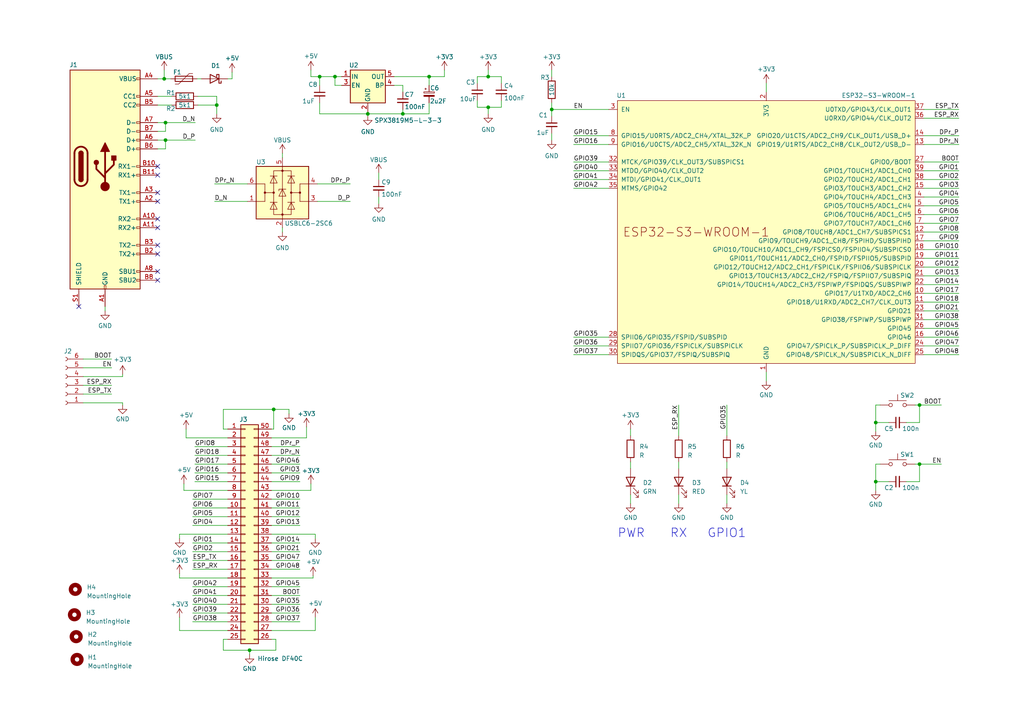
<source format=kicad_sch>
(kicad_sch (version 20230121) (generator eeschema)
  (paper "A4")
  (lib_symbols
    (symbol "Connector:Conn_01x06_Socket" (pin_names (offset 1.016) hide)
      (property "Reference" "J" (at 0 7.62 0))
      (property "Value" "Conn_01x06_Socket" (at 0 -10.16 0))
      (symbol "Conn_01x06_Socket_1_1"
        (pin passive line (at -5.08 5.08 0) (length 3.81) (name "Pin_1") (number "1"))
        (pin passive line (at -5.08 2.54 0) (length 3.81) (name "Pin_2") (number "2"))
        (pin passive line (at -5.08 0 0) (length 3.81) (name "Pin_3") (number "3"))
        (pin passive line (at -5.08 -2.54 0) (length 3.81) (name "Pin_4") (number "4"))
        (pin passive line (at -5.08 -5.08 0) (length 3.81) (name "Pin_5") (number "5"))
        (pin passive line (at -5.08 -7.62 0) (length 3.81) (name "Pin_6") (number "6"))
      )
    )
    (symbol "Connector:USB_C_Receptacle" (pin_names (offset 1.016))
      (property "Reference" "J" (at -10.16 29.21 0))
      (property "Value" "USB_C_Receptacle" (at 10.16 29.21 0))
      (symbol "USB_C_Receptacle_1_1"
        (pin passive line (at 0 -40.64 90) (length 5.08) (name "GND") (number "A1"))
        (pin bidirectional line (at 15.24 -15.24 180) (length 5.08) (name "RX2-") (number "A10"))
        (pin bidirectional line (at 15.24 -17.78 180) (length 5.08) (name "RX2+") (number "A11"))
        (pin passive line (at 0 -40.64 90) (length 5.08) hide (name "GND") (number "A12"))
        (pin bidirectional line (at 15.24 -10.16 180) (length 5.08) (name "TX1+") (number "A2"))
        (pin bidirectional line (at 15.24 -7.62 180) (length 5.08) (name "TX1-") (number "A3"))
        (pin passive line (at 15.24 25.4 180) (length 5.08) (name "VBUS") (number "A4"))
        (pin bidirectional line (at 15.24 20.32 180) (length 5.08) (name "CC1") (number "A5"))
        (pin bidirectional line (at 15.24 7.62 180) (length 5.08) (name "D+") (number "A6"))
        (pin bidirectional line (at 15.24 12.7 180) (length 5.08) (name "D-") (number "A7"))
        (pin bidirectional line (at 15.24 -30.48 180) (length 5.08) (name "SBU1") (number "A8"))
        (pin passive line (at 15.24 25.4 180) (length 5.08) hide (name "VBUS") (number "A9"))
        (pin passive line (at 0 -40.64 90) (length 5.08) hide (name "GND") (number "B1"))
        (pin bidirectional line (at 15.24 0 180) (length 5.08) (name "RX1-") (number "B10"))
        (pin bidirectional line (at 15.24 -2.54 180) (length 5.08) (name "RX1+") (number "B11"))
        (pin passive line (at 0 -40.64 90) (length 5.08) hide (name "GND") (number "B12"))
        (pin bidirectional line (at 15.24 -25.4 180) (length 5.08) (name "TX2+") (number "B2"))
        (pin bidirectional line (at 15.24 -22.86 180) (length 5.08) (name "TX2-") (number "B3"))
        (pin passive line (at 15.24 25.4 180) (length 5.08) hide (name "VBUS") (number "B4"))
        (pin bidirectional line (at 15.24 17.78 180) (length 5.08) (name "CC2") (number "B5"))
        (pin bidirectional line (at 15.24 5.08 180) (length 5.08) (name "D+") (number "B6"))
        (pin bidirectional line (at 15.24 10.16 180) (length 5.08) (name "D-") (number "B7"))
        (pin bidirectional line (at 15.24 -33.02 180) (length 5.08) (name "SBU2") (number "B8"))
        (pin passive line (at 15.24 25.4 180) (length 5.08) hide (name "VBUS") (number "B9"))
        (pin passive line (at -7.62 -40.64 90) (length 5.08) (name "SHIELD") (number "S1"))
      )
    )
    (symbol "Connector_Generic:Conn_02x25_Counter_Clockwise" (pin_names (offset 1.016) hide)
      (property "Reference" "J" (at 1.27 33.02 0))
      (property "Value" "Conn_02x25_Counter_Clockwise" (at 1.27 -33.02 0))
      (symbol "Conn_02x25_Counter_Clockwise_1_1"
        (pin passive line (at -5.08 30.48 0) (length 3.81) (name "Pin_1") (number "1"))
        (pin passive line (at -5.08 7.62 0) (length 3.81) (name "Pin_10") (number "10"))
        (pin passive line (at -5.08 5.08 0) (length 3.81) (name "Pin_11") (number "11"))
        (pin passive line (at -5.08 2.54 0) (length 3.81) (name "Pin_12") (number "12"))
        (pin passive line (at -5.08 0 0) (length 3.81) (name "Pin_13") (number "13"))
        (pin passive line (at -5.08 -2.54 0) (length 3.81) (name "Pin_14") (number "14"))
        (pin passive line (at -5.08 -5.08 0) (length 3.81) (name "Pin_15") (number "15"))
        (pin passive line (at -5.08 -7.62 0) (length 3.81) (name "Pin_16") (number "16"))
        (pin passive line (at -5.08 -10.16 0) (length 3.81) (name "Pin_17") (number "17"))
        (pin passive line (at -5.08 -12.7 0) (length 3.81) (name "Pin_18") (number "18"))
        (pin passive line (at -5.08 -15.24 0) (length 3.81) (name "Pin_19") (number "19"))
        (pin passive line (at -5.08 27.94 0) (length 3.81) (name "Pin_2") (number "2"))
        (pin passive line (at -5.08 -17.78 0) (length 3.81) (name "Pin_20") (number "20"))
        (pin passive line (at -5.08 -20.32 0) (length 3.81) (name "Pin_21") (number "21"))
        (pin passive line (at -5.08 -22.86 0) (length 3.81) (name "Pin_22") (number "22"))
        (pin passive line (at -5.08 -25.4 0) (length 3.81) (name "Pin_23") (number "23"))
        (pin passive line (at -5.08 -27.94 0) (length 3.81) (name "Pin_24") (number "24"))
        (pin passive line (at -5.08 -30.48 0) (length 3.81) (name "Pin_25") (number "25"))
        (pin passive line (at 7.62 -30.48 180) (length 3.81) (name "Pin_26") (number "26"))
        (pin passive line (at 7.62 -27.94 180) (length 3.81) (name "Pin_27") (number "27"))
        (pin passive line (at 7.62 -25.4 180) (length 3.81) (name "Pin_28") (number "28"))
        (pin passive line (at 7.62 -22.86 180) (length 3.81) (name "Pin_29") (number "29"))
        (pin passive line (at -5.08 25.4 0) (length 3.81) (name "Pin_3") (number "3"))
        (pin passive line (at 7.62 -20.32 180) (length 3.81) (name "Pin_30") (number "30"))
        (pin passive line (at 7.62 -17.78 180) (length 3.81) (name "Pin_31") (number "31"))
        (pin passive line (at 7.62 -15.24 180) (length 3.81) (name "Pin_32") (number "32"))
        (pin passive line (at 7.62 -12.7 180) (length 3.81) (name "Pin_33") (number "33"))
        (pin passive line (at 7.62 -10.16 180) (length 3.81) (name "Pin_34") (number "34"))
        (pin passive line (at 7.62 -7.62 180) (length 3.81) (name "Pin_35") (number "35"))
        (pin passive line (at 7.62 -5.08 180) (length 3.81) (name "Pin_36") (number "36"))
        (pin passive line (at 7.62 -2.54 180) (length 3.81) (name "Pin_37") (number "37"))
        (pin passive line (at 7.62 0 180) (length 3.81) (name "Pin_38") (number "38"))
        (pin passive line (at 7.62 2.54 180) (length 3.81) (name "Pin_39") (number "39"))
        (pin passive line (at -5.08 22.86 0) (length 3.81) (name "Pin_4") (number "4"))
        (pin passive line (at 7.62 5.08 180) (length 3.81) (name "Pin_40") (number "40"))
        (pin passive line (at 7.62 7.62 180) (length 3.81) (name "Pin_41") (number "41"))
        (pin passive line (at 7.62 10.16 180) (length 3.81) (name "Pin_42") (number "42"))
        (pin passive line (at 7.62 12.7 180) (length 3.81) (name "Pin_43") (number "43"))
        (pin passive line (at 7.62 15.24 180) (length 3.81) (name "Pin_44") (number "44"))
        (pin passive line (at 7.62 17.78 180) (length 3.81) (name "Pin_45") (number "45"))
        (pin passive line (at 7.62 20.32 180) (length 3.81) (name "Pin_46") (number "46"))
        (pin passive line (at 7.62 22.86 180) (length 3.81) (name "Pin_47") (number "47"))
        (pin passive line (at 7.62 25.4 180) (length 3.81) (name "Pin_48") (number "48"))
        (pin passive line (at 7.62 27.94 180) (length 3.81) (name "Pin_49") (number "49"))
        (pin passive line (at -5.08 20.32 0) (length 3.81) (name "Pin_5") (number "5"))
        (pin passive line (at 7.62 30.48 180) (length 3.81) (name "Pin_50") (number "50"))
        (pin passive line (at -5.08 17.78 0) (length 3.81) (name "Pin_6") (number "6"))
        (pin passive line (at -5.08 15.24 0) (length 3.81) (name "Pin_7") (number "7"))
        (pin passive line (at -5.08 12.7 0) (length 3.81) (name "Pin_8") (number "8"))
        (pin passive line (at -5.08 10.16 0) (length 3.81) (name "Pin_9") (number "9"))
      )
    )
    (symbol "Device:C_Polarized_Small" (pin_numbers hide) (pin_names (offset 0.254) hide)
      (property "Reference" "C" (at 0.254 1.778 0))
      (property "Value" "C_Polarized_Small" (at 0.254 -2.032 0))
      (symbol "C_Polarized_Small_1_1"
        (pin passive line (at 0 2.54 270) (length 1.8542) (name "~") (number "1"))
        (pin passive line (at 0 -2.54 90) (length 1.8542) (name "~") (number "2"))
      )
    )
    (symbol "Device:C_Small" (pin_numbers hide) (pin_names (offset 0.254) hide)
      (property "Reference" "C" (at 0.254 1.778 0))
      (property "Value" "C_Small" (at 0.254 -2.032 0))
      (symbol "C_Small_1_1"
        (pin passive line (at 0 2.54 270) (length 2.032) (name "~") (number "1"))
        (pin passive line (at 0 -2.54 90) (length 2.032) (name "~") (number "2"))
      )
    )
    (symbol "Device:D_Schottky" (pin_numbers hide) (pin_names (offset 1.016) hide)
      (property "Reference" "D" (at 0 2.54 0))
      (property "Value" "D_Schottky" (at 0 -2.54 0))
      (symbol "D_Schottky_1_1"
        (pin passive line (at -3.81 0 0) (length 2.54) (name "K") (number "1"))
        (pin passive line (at 3.81 0 180) (length 2.54) (name "A") (number "2"))
      )
    )
    (symbol "Device:LED" (pin_numbers hide) (pin_names (offset 1.016) hide)
      (property "Reference" "D" (at 0 2.54 0))
      (property "Value" "LED" (at 0 -2.54 0))
      (symbol "LED_1_1"
        (pin passive line (at -3.81 0 0) (length 2.54) (name "K") (number "1"))
        (pin passive line (at 3.81 0 180) (length 2.54) (name "A") (number "2"))
      )
    )
    (symbol "Device:Polyfuse" (pin_numbers hide) (pin_names (offset 0))
      (property "Reference" "F" (at -2.54 0 90))
      (property "Value" "Polyfuse" (at 2.54 0 90))
      (symbol "Polyfuse_1_1"
        (pin passive line (at 0 3.81 270) (length 1.27) (name "~") (number "1"))
        (pin passive line (at 0 -3.81 90) (length 1.27) (name "~") (number "2"))
      )
    )
    (symbol "Device:R" (pin_numbers hide) (pin_names (offset 0))
      (property "Reference" "R" (at 2.032 0 90))
      (property "Value" "R" (at 0 0 90))
      (symbol "R_1_1"
        (pin passive line (at 0 3.81 270) (length 1.27) (name "~") (number "1"))
        (pin passive line (at 0 -3.81 90) (length 1.27) (name "~") (number "2"))
      )
    )
    (symbol "ESP32:ESP32-S3-WROOM-1" (pin_names (offset 1.016))
      (property "Reference" "U" (at -43.18 43.18 0))
      (property "Value" "ESP32-S3-WROOM-1" (at -43.18 40.64 0))
      (symbol "ESP32-S3-WROOM-1_0_0"
        (text "ESP32-S3-WROOM-1" (at -20.32 0 0) (effects (font (size 2.54 2.54))))
        (pin power_in line (at 0 -40.64 90) (length 2.54) (name "GND") (number "1"))
        (pin bidirectional line (at 45.72 -17.78 180) (length 2.54) (name "GPIO17/U1TXD/ADC2_CH6") (number "10"))
        (pin bidirectional line (at 45.72 -20.32 180) (length 2.54) (name "GPIO18/U1RXD/ADC2_CH7/CLK_OUT3") (number "11"))
        (pin bidirectional line (at 45.72 0 180) (length 2.54) (name "GPIO8/TOUCH8/ADC1_CH7/SUBSPICS1") (number "12"))
        (pin bidirectional line (at 45.72 25.4 180) (length 2.54) (name "GPIO19/U1RTS/ADC2_CH8/CLK_OUT2/USB_D-") (number "13"))
        (pin bidirectional line (at 45.72 27.94 180) (length 2.54) (name "GPIO20/U1CTS/ADC2_CH9/CLK_OUT1/USB_D+") (number "14"))
        (pin bidirectional line (at 45.72 12.7 180) (length 2.54) (name "GPIO3/TOUCH3/ADC1_CH2") (number "15"))
        (pin bidirectional line (at 45.72 -30.48 180) (length 2.54) (name "GPIO46") (number "16"))
        (pin bidirectional line (at 45.72 -2.54 180) (length 2.54) (name "GPIO9/TOUCH9/ADC1_CH8/FSPIHD/SUBSPIHD") (number "17"))
        (pin bidirectional line (at 45.72 -5.08 180) (length 2.54) (name "GPIO10/TOUCH10/ADC1_CH9/FSPICS0/FSPIIO4/SUBSPICS0") (number "18"))
        (pin bidirectional line (at 45.72 -7.62 180) (length 2.54) (name "GPIO11/TOUCH11/ADC2_CH0/FSPID/FSPIIO5/SUBSPID") (number "19"))
        (pin power_in line (at 0 40.64 270) (length 2.54) (name "3V3") (number "2"))
        (pin bidirectional line (at 45.72 -10.16 180) (length 2.54) (name "GPIO12/TOUCH12/ADC2_CH1/FSPICLK/FSPIIO6/SUBSPICLK") (number "20"))
        (pin bidirectional line (at 45.72 -12.7 180) (length 2.54) (name "GPIO13/TOUCH13/ADC2_CH2/FSPIQ/FSPIIO7/SUBSPIQ") (number "21"))
        (pin bidirectional line (at 45.72 -15.24 180) (length 2.54) (name "GPIO14/TOUCH14/ADC2_CH3/FSPIWP/FSPIDQS/SUBSPIWP") (number "22"))
        (pin bidirectional line (at 45.72 -22.86 180) (length 2.54) (name "GPIO21") (number "23"))
        (pin bidirectional line (at 45.72 -33.02 180) (length 2.54) (name "GPIO47/SPICLK_P/SUBSPICLK_P_DIFF") (number "24"))
        (pin bidirectional line (at 45.72 -35.56 180) (length 2.54) (name "GPIO48/SPICLK_N/SUBSPICLK_N_DIFF") (number "25"))
        (pin bidirectional line (at 45.72 -27.94 180) (length 2.54) (name "GPIO45") (number "26"))
        (pin bidirectional line (at 45.72 20.32 180) (length 2.54) (name "GPIO0/BOOT") (number "27"))
        (pin bidirectional line (at -45.72 -30.48 0) (length 2.54) (name "SPIIO6/GPIO35/FSPID/SUBSPID") (number "28"))
        (pin bidirectional line (at -45.72 -33.02 0) (length 2.54) (name "SPIIO7/GPIO36/FSPICLK/SUBSPICLK") (number "29"))
        (pin input line (at -45.72 35.56 0) (length 2.54) (name "EN") (number "3"))
        (pin bidirectional line (at -45.72 -35.56 0) (length 2.54) (name "SPIDQS/GPIO37/FSPIQ/SUBSPIQ") (number "30"))
        (pin bidirectional line (at 45.72 -25.4 180) (length 2.54) (name "GPIO38/FSPIWP/SUBSPIWP") (number "31"))
        (pin bidirectional line (at -45.72 20.32 0) (length 2.54) (name "MTCK/GPIO39/CLK_OUT3/SUBSPICS1") (number "32"))
        (pin bidirectional line (at -45.72 17.78 0) (length 2.54) (name "MTDO/GPIO40/CLK_OUT2") (number "33"))
        (pin bidirectional line (at -45.72 15.24 0) (length 2.54) (name "MTDI/GPIO41/CLK_OUT1") (number "34"))
        (pin bidirectional line (at -45.72 12.7 0) (length 2.54) (name "MTMS/GPIO42") (number "35"))
        (pin bidirectional line (at 45.72 33.02 180) (length 2.54) (name "U0RXD/GPIO44/CLK_OUT2") (number "36"))
        (pin bidirectional line (at 45.72 35.56 180) (length 2.54) (name "U0TXD/GPIO43/CLK_OUT1") (number "37"))
        (pin bidirectional line (at 45.72 15.24 180) (length 2.54) (name "GPIO2/TOUCH2/ADC1_CH1") (number "38"))
        (pin bidirectional line (at 45.72 17.78 180) (length 2.54) (name "GPIO1/TOUCH1/ADC1_CH0") (number "39"))
        (pin bidirectional line (at 45.72 10.16 180) (length 2.54) (name "GPIO4/TOUCH4/ADC1_CH3") (number "4"))
        (pin passive line (at 0 -40.64 90) (length 2.54) hide (name "GND") (number "40"))
        (pin passive line (at 0 -40.64 90) (length 2.54) hide (name "GND") (number "41"))
        (pin bidirectional line (at 45.72 7.62 180) (length 2.54) (name "GPIO5/TOUCH5/ADC1_CH4") (number "5"))
        (pin bidirectional line (at 45.72 5.08 180) (length 2.54) (name "GPIO6/TOUCH6/ADC1_CH5") (number "6"))
        (pin bidirectional line (at 45.72 2.54 180) (length 2.54) (name "GPIO7/TOUCH7/ADC1_CH6") (number "7"))
        (pin bidirectional line (at -45.72 27.94 0) (length 2.54) (name "GPIO15/U0RTS/ADC2_CH4/XTAL_32K_P") (number "8"))
        (pin bidirectional line (at -45.72 25.4 0) (length 2.54) (name "GPIO16/U0CTS/ADC2_CH5/XTAL_32K_N") (number "9"))
      )
    )
    (symbol "Mechanical:MountingHole" (pin_names (offset 1.016))
      (property "Reference" "H" (at 0 5.08 0))
      (property "Value" "MountingHole" (at 0 3.175 0))
    )
    (symbol "Power_Protection:USBLC6-2SC6" (pin_names hide)
      (property "Reference" "U" (at 2.54 8.89 0))
      (property "Value" "USBLC6-2SC6" (at 2.54 -8.89 0))
      (symbol "USBLC6-2SC6_1_1"
        (pin passive line (at -10.16 -2.54 0) (length 2.54) (name "I/O1") (number "1"))
        (pin passive line (at 0 -10.16 90) (length 2.54) (name "GND") (number "2"))
        (pin passive line (at 10.16 -2.54 180) (length 2.54) (name "I/O2") (number "3"))
        (pin passive line (at 10.16 2.54 180) (length 2.54) (name "I/O2") (number "4"))
        (pin passive line (at 0 10.16 270) (length 2.54) (name "VBUS") (number "5"))
        (pin passive line (at -10.16 2.54 0) (length 2.54) (name "I/O1") (number "6"))
      )
    )
    (symbol "Regulator_Linear:SPX3819M5-L-3-3" (pin_names (offset 0.254))
      (property "Reference" "U" (at -3.81 5.715 0))
      (property "Value" "SPX3819M5-L-3-3" (at 0 5.715 0))
      (symbol "SPX3819M5-L-3-3_1_1"
        (pin power_in line (at -7.62 2.54 0) (length 2.54) (name "IN") (number "1"))
        (pin power_in line (at 0 -7.62 90) (length 2.54) (name "GND") (number "2"))
        (pin input line (at -7.62 0 0) (length 2.54) (name "EN") (number "3"))
        (pin input line (at 7.62 0 180) (length 2.54) (name "BP") (number "4"))
        (pin power_out line (at 7.62 2.54 180) (length 2.54) (name "OUT") (number "5"))
      )
    )
    (symbol "Switch:SW_Push" (pin_numbers hide) (pin_names (offset 1.016) hide)
      (property "Reference" "SW" (at 1.27 2.54 0))
      (property "Value" "SW_Push" (at 0 -1.524 0))
      (symbol "SW_Push_0_1"
        (pin passive line (at -5.08 0 0) (length 2.54) (name "1") (number "1"))
        (pin passive line (at 5.08 0 180) (length 2.54) (name "2") (number "2"))
      )
    )
    (symbol "power:+3V3" (power) (pin_names (offset 0))
      (property "Value" "+3V3" (at 0 3.556 0))
      (symbol "+3V3_1_1"
        (pin power_in line (at 0 0 90) (length 0) hide (name "+3V3") (number "1"))
      )
    )
    (symbol "power:+5V" (power) (pin_names (offset 0))
      (property "Value" "+5V" (at 0 3.556 0))
      (symbol "+5V_1_1"
        (pin power_in line (at 0 0 90) (length 0) hide (name "+5V") (number "1"))
      )
    )
    (symbol "power:GND" (power) (pin_names (offset 0))
      (property "Value" "GND" (at 0 -3.81 0))
      (symbol "GND_1_1"
        (pin power_in line (at 0 0 270) (length 0) hide (name "GND") (number "1"))
      )
    )
    (symbol "power:VBUS" (power) (pin_names (offset 0))
      (property "Value" "VBUS" (at 0 3.81 0))
      (symbol "VBUS_1_1"
        (pin power_in line (at 0 0 90) (length 0) hide (name "VBUS") (number "1"))
      )
    )
  )
  (junction (at 97.155 22.225))
  (junction (at 116.84 33.02))
  (junction (at 254 122.555))
  (junction (at 124.46 22.225))
  (junction (at 48.006 35.56))
  (junction (at 266.7 117.475))
  (junction (at 92.71 22.225))
  (junction (at 160.02 31.75))
  (junction (at 48.006 40.64))
  (junction (at 106.68 33.02))
  (junction (at 62.865 30.48))
  (junction (at 141.605 31.115))
  (junction (at 72.39 188.595))
  (junction (at 266.7 134.62))
  (junction (at 47.625 22.86))
  (junction (at 79.375 118.745))
  (junction (at 254 139.7))
  (junction (at 141.605 22.225))
  (no_connect (at 45.72 50.8))
  (no_connect (at 22.86 88.9))
  (no_connect (at 45.72 58.42))
  (no_connect (at 45.72 81.28))
  (no_connect (at 45.72 55.88))
  (no_connect (at 45.72 71.12))
  (no_connect (at 45.72 78.74))
  (no_connect (at 45.72 66.04))
  (no_connect (at 45.72 48.26))
  (no_connect (at 45.72 63.5))
  (no_connect (at 45.72 73.66))
  (wire (pts (xy 78.74 167.64) (xy 90.805 167.64)))
  (wire (pts (xy 267.97 59.69) (xy 278.13 59.69)))
  (wire (pts (xy 114.3 22.225) (xy 124.46 22.225)))
  (wire (pts (xy 78.74 165.1) (xy 86.995 165.1)))
  (wire (pts (xy 56.515 137.16) (xy 66.04 137.16)))
  (wire (pts (xy 267.97 52.07) (xy 278.13 52.07)))
  (wire (pts (xy 267.97 46.99) (xy 278.13 46.99)))
  (wire (pts (xy 91.44 179.07) (xy 91.44 182.88)))
  (wire (pts (xy 45.72 43.18) (xy 48.006 43.18)))
  (wire (pts (xy 182.88 133.985) (xy 182.88 135.89)))
  (wire (pts (xy 53.975 127) (xy 66.04 127)))
  (wire (pts (xy 166.37 102.87) (xy 176.53 102.87)))
  (wire (pts (xy 78.74 142.24) (xy 90.17 142.24)))
  (wire (pts (xy 266.7 134.62) (xy 265.43 134.62)))
  (wire (pts (xy 56.515 129.54) (xy 66.04 129.54)))
  (wire (pts (xy 255.27 117.475) (xy 254 117.475)))
  (wire (pts (xy 78.74 127) (xy 88.9 127)))
  (wire (pts (xy 24.13 106.68) (xy 32.385 106.68)))
  (wire (pts (xy 53.34 142.24) (xy 53.34 140.335)))
  (wire (pts (xy 24.13 111.76) (xy 32.385 111.76)))
  (wire (pts (xy 24.13 114.3) (xy 32.385 114.3)))
  (wire (pts (xy 267.97 64.77) (xy 278.13 64.77)))
  (wire (pts (xy 78.74 129.54) (xy 86.995 129.54)))
  (wire (pts (xy 182.88 143.51) (xy 182.88 146.05)))
  (wire (pts (xy 124.46 22.225) (xy 128.905 22.225)))
  (wire (pts (xy 55.88 152.4) (xy 66.04 152.4)))
  (wire (pts (xy 210.82 117.475) (xy 210.82 126.365)))
  (wire (pts (xy 196.85 133.985) (xy 196.85 135.89)))
  (wire (pts (xy 55.88 165.1) (xy 66.04 165.1)))
  (wire (pts (xy 66.04 124.46) (xy 64.77 124.46)))
  (wire (pts (xy 222.25 24.13) (xy 222.25 26.67)))
  (wire (pts (xy 160.02 38.735) (xy 160.02 40.64)))
  (wire (pts (xy 196.85 117.475) (xy 196.85 126.365)))
  (wire (pts (xy 78.74 162.56) (xy 86.995 162.56)))
  (wire (pts (xy 267.97 90.17) (xy 278.13 90.17)))
  (wire (pts (xy 267.97 80.01) (xy 278.13 80.01)))
  (wire (pts (xy 80.01 185.42) (xy 80.01 188.595)))
  (wire (pts (xy 267.97 100.33) (xy 278.13 100.33)))
  (wire (pts (xy 116.84 24.765) (xy 116.84 26.67)))
  (wire (pts (xy 267.97 41.91) (xy 278.13 41.91)))
  (wire (pts (xy 141.605 31.115) (xy 145.415 31.115)))
  (wire (pts (xy 52.07 179.07) (xy 52.07 182.88)))
  (wire (pts (xy 45.72 40.64) (xy 48.006 40.64)))
  (wire (pts (xy 78.74 175.26) (xy 86.995 175.26)))
  (wire (pts (xy 55.88 157.48) (xy 66.04 157.48)))
  (wire (pts (xy 79.375 124.46) (xy 78.74 124.46)))
  (wire (pts (xy 35.56 116.84) (xy 35.56 117.475)))
  (wire (pts (xy 255.27 134.62) (xy 254 134.62)))
  (wire (pts (xy 99.06 24.765) (xy 97.155 24.765)))
  (wire (pts (xy 166.37 39.37) (xy 176.53 39.37)))
  (wire (pts (xy 55.88 144.78) (xy 66.04 144.78)))
  (wire (pts (xy 24.13 109.22) (xy 35.56 109.22)))
  (wire (pts (xy 90.17 22.225) (xy 92.71 22.225)))
  (wire (pts (xy 266.7 117.475) (xy 265.43 117.475)))
  (wire (pts (xy 78.74 154.94) (xy 91.44 154.94)))
  (wire (pts (xy 55.88 180.34) (xy 66.04 180.34)))
  (wire (pts (xy 92.71 22.225) (xy 92.71 24.765)))
  (wire (pts (xy 67.31 20.955) (xy 67.31 22.86)))
  (wire (pts (xy 56.515 139.7) (xy 66.04 139.7)))
  (wire (pts (xy 72.39 188.595) (xy 72.39 189.865)))
  (wire (pts (xy 57.404 30.48) (xy 62.865 30.48)))
  (wire (pts (xy 30.48 88.9) (xy 30.48 90.17)))
  (wire (pts (xy 124.46 22.225) (xy 124.46 24.765)))
  (wire (pts (xy 78.74 177.8) (xy 86.995 177.8)))
  (wire (pts (xy 267.97 54.61) (xy 278.13 54.61)))
  (wire (pts (xy 109.855 50.165) (xy 109.855 52.07)))
  (wire (pts (xy 45.72 38.1) (xy 48.006 38.1)))
  (wire (pts (xy 92.71 29.845) (xy 92.71 33.02)))
  (wire (pts (xy 266.7 139.7) (xy 266.7 134.62)))
  (wire (pts (xy 56.515 132.08) (xy 66.04 132.08)))
  (wire (pts (xy 160.02 29.845) (xy 160.02 31.75)))
  (wire (pts (xy 52.07 167.64) (xy 52.07 166.37)))
  (wire (pts (xy 78.74 134.62) (xy 86.995 134.62)))
  (wire (pts (xy 266.7 134.62) (xy 273.05 134.62)))
  (wire (pts (xy 166.37 54.61) (xy 176.53 54.61)))
  (wire (pts (xy 24.13 116.84) (xy 35.56 116.84)))
  (wire (pts (xy 267.97 102.87) (xy 278.13 102.87)))
  (wire (pts (xy 254 134.62) (xy 254 139.7)))
  (wire (pts (xy 262.89 139.7) (xy 266.7 139.7)))
  (wire (pts (xy 81.915 66.04) (xy 81.915 67.31)))
  (wire (pts (xy 55.88 160.02) (xy 66.04 160.02)))
  (wire (pts (xy 53.34 142.24) (xy 66.04 142.24)))
  (wire (pts (xy 114.3 24.765) (xy 116.84 24.765)))
  (wire (pts (xy 55.88 177.8) (xy 66.04 177.8)))
  (wire (pts (xy 90.805 167.64) (xy 90.805 167.005)))
  (wire (pts (xy 79.375 118.745) (xy 83.82 118.745)))
  (wire (pts (xy 78.74 160.02) (xy 86.995 160.02)))
  (wire (pts (xy 49.53 22.86) (xy 47.625 22.86)))
  (wire (pts (xy 210.82 133.985) (xy 210.82 135.89)))
  (wire (pts (xy 222.25 107.95) (xy 222.25 110.49)))
  (wire (pts (xy 52.07 167.64) (xy 66.04 167.64)))
  (wire (pts (xy 78.74 147.32) (xy 86.995 147.32)))
  (wire (pts (xy 45.72 22.86) (xy 47.625 22.86)))
  (wire (pts (xy 78.74 139.7) (xy 86.995 139.7)))
  (wire (pts (xy 141.605 22.225) (xy 145.415 22.225)))
  (wire (pts (xy 48.006 35.56) (xy 56.642 35.56)))
  (wire (pts (xy 138.43 24.13) (xy 138.43 22.225)))
  (wire (pts (xy 35.56 109.22) (xy 35.56 108.585)))
  (wire (pts (xy 78.74 144.78) (xy 86.995 144.78)))
  (wire (pts (xy 78.74 149.86) (xy 86.995 149.86)))
  (wire (pts (xy 267.97 57.15) (xy 278.13 57.15)))
  (wire (pts (xy 106.68 33.02) (xy 116.84 33.02)))
  (wire (pts (xy 266.7 117.475) (xy 273.05 117.475)))
  (wire (pts (xy 128.905 20.32) (xy 128.905 22.225)))
  (wire (pts (xy 267.97 77.47) (xy 278.13 77.47)))
  (wire (pts (xy 55.88 170.18) (xy 66.04 170.18)))
  (wire (pts (xy 160.02 31.75) (xy 160.02 33.655)))
  (wire (pts (xy 254 139.7) (xy 254 142.24)))
  (wire (pts (xy 97.155 22.225) (xy 99.06 22.225)))
  (wire (pts (xy 267.97 97.79) (xy 278.13 97.79)))
  (wire (pts (xy 55.88 162.56) (xy 66.04 162.56)))
  (wire (pts (xy 138.43 31.115) (xy 141.605 31.115)))
  (wire (pts (xy 266.7 122.555) (xy 266.7 117.475)))
  (wire (pts (xy 166.37 49.53) (xy 176.53 49.53)))
  (wire (pts (xy 55.88 149.86) (xy 66.04 149.86)))
  (wire (pts (xy 267.97 69.85) (xy 278.13 69.85)))
  (wire (pts (xy 45.72 30.48) (xy 49.784 30.48)))
  (wire (pts (xy 55.88 147.32) (xy 66.04 147.32)))
  (wire (pts (xy 64.77 185.42) (xy 66.04 185.42)))
  (wire (pts (xy 166.37 52.07) (xy 176.53 52.07)))
  (wire (pts (xy 52.07 182.88) (xy 66.04 182.88)))
  (wire (pts (xy 267.97 34.29) (xy 278.13 34.29)))
  (wire (pts (xy 145.415 29.21) (xy 145.415 31.115)))
  (wire (pts (xy 267.97 95.25) (xy 278.13 95.25)))
  (wire (pts (xy 62.23 53.34) (xy 71.755 53.34)))
  (wire (pts (xy 64.77 124.46) (xy 64.77 118.745)))
  (wire (pts (xy 267.97 39.37) (xy 278.13 39.37)))
  (wire (pts (xy 72.39 188.595) (xy 64.77 188.595)))
  (wire (pts (xy 78.74 185.42) (xy 80.01 185.42)))
  (wire (pts (xy 57.15 22.86) (xy 58.42 22.86)))
  (wire (pts (xy 267.97 92.71) (xy 278.13 92.71)))
  (wire (pts (xy 166.37 100.33) (xy 176.53 100.33)))
  (wire (pts (xy 48.006 43.18) (xy 48.006 40.64)))
  (wire (pts (xy 138.43 22.225) (xy 141.605 22.225)))
  (wire (pts (xy 267.97 72.39) (xy 278.13 72.39)))
  (wire (pts (xy 57.404 27.94) (xy 62.865 27.94)))
  (wire (pts (xy 62.865 30.48) (xy 62.865 33.02)))
  (wire (pts (xy 124.46 29.845) (xy 124.46 33.02)))
  (wire (pts (xy 78.74 170.18) (xy 86.995 170.18)))
  (wire (pts (xy 45.72 35.56) (xy 48.006 35.56)))
  (wire (pts (xy 52.07 154.94) (xy 66.04 154.94)))
  (wire (pts (xy 182.88 124.46) (xy 182.88 126.365)))
  (wire (pts (xy 64.77 188.595) (xy 64.77 185.42)))
  (wire (pts (xy 267.97 67.31) (xy 278.13 67.31)))
  (wire (pts (xy 267.97 49.53) (xy 278.13 49.53)))
  (wire (pts (xy 64.77 118.745) (xy 79.375 118.745)))
  (wire (pts (xy 267.97 31.75) (xy 278.13 31.75)))
  (wire (pts (xy 254 122.555) (xy 254 125.095)))
  (wire (pts (xy 116.84 31.75) (xy 116.84 33.02)))
  (wire (pts (xy 267.97 62.23) (xy 278.13 62.23)))
  (wire (pts (xy 160.02 20.32) (xy 160.02 22.225)))
  (wire (pts (xy 79.375 118.745) (xy 79.375 124.46)))
  (wire (pts (xy 267.97 85.09) (xy 278.13 85.09)))
  (wire (pts (xy 92.075 53.34) (xy 101.6 53.34)))
  (wire (pts (xy 83.82 118.745) (xy 83.82 120.015)))
  (wire (pts (xy 141.605 31.115) (xy 141.605 33.02)))
  (wire (pts (xy 78.74 152.4) (xy 86.995 152.4)))
  (wire (pts (xy 53.975 124.46) (xy 53.975 127)))
  (wire (pts (xy 92.075 58.42) (xy 101.6 58.42)))
  (wire (pts (xy 141.605 20.32) (xy 141.605 22.225)))
  (wire (pts (xy 210.82 143.51) (xy 210.82 146.05)))
  (wire (pts (xy 145.415 22.225) (xy 145.415 24.13)))
  (wire (pts (xy 90.17 20.32) (xy 90.17 22.225)))
  (wire (pts (xy 56.515 134.62) (xy 66.04 134.62)))
  (wire (pts (xy 254 122.555) (xy 257.81 122.555)))
  (wire (pts (xy 80.01 188.595) (xy 72.39 188.595)))
  (wire (pts (xy 55.88 175.26) (xy 66.04 175.26)))
  (wire (pts (xy 90.17 142.24) (xy 90.17 140.335)))
  (wire (pts (xy 116.84 33.02) (xy 124.46 33.02)))
  (wire (pts (xy 92.71 33.02) (xy 106.68 33.02)))
  (wire (pts (xy 91.44 154.94) (xy 91.44 156.21)))
  (wire (pts (xy 78.74 157.48) (xy 86.995 157.48)))
  (wire (pts (xy 97.155 24.765) (xy 97.155 22.225)))
  (wire (pts (xy 196.85 143.51) (xy 196.85 146.05)))
  (wire (pts (xy 62.865 27.94) (xy 62.865 30.48)))
  (wire (pts (xy 62.23 58.42) (xy 71.755 58.42)))
  (wire (pts (xy 52.07 154.94) (xy 52.07 156.21)))
  (wire (pts (xy 78.74 182.88) (xy 91.44 182.88)))
  (wire (pts (xy 24.13 104.14) (xy 32.385 104.14)))
  (wire (pts (xy 78.74 172.72) (xy 86.995 172.72)))
  (wire (pts (xy 55.88 172.72) (xy 66.04 172.72)))
  (wire (pts (xy 267.97 87.63) (xy 278.13 87.63)))
  (wire (pts (xy 138.43 29.21) (xy 138.43 31.115)))
  (wire (pts (xy 88.9 123.825) (xy 88.9 127)))
  (wire (pts (xy 254 117.475) (xy 254 122.555)))
  (wire (pts (xy 262.89 122.555) (xy 266.7 122.555)))
  (wire (pts (xy 45.72 27.94) (xy 49.784 27.94)))
  (wire (pts (xy 78.74 132.08) (xy 86.995 132.08)))
  (wire (pts (xy 166.37 46.99) (xy 176.53 46.99)))
  (wire (pts (xy 48.006 38.1) (xy 48.006 35.56)))
  (wire (pts (xy 47.625 20.32) (xy 47.625 22.86)))
  (wire (pts (xy 166.37 97.79) (xy 176.53 97.79)))
  (wire (pts (xy 166.37 41.91) (xy 176.53 41.91)))
  (wire (pts (xy 78.74 137.16) (xy 86.995 137.16)))
  (wire (pts (xy 48.006 40.64) (xy 56.642 40.64)))
  (wire (pts (xy 254 139.7) (xy 257.81 139.7)))
  (wire (pts (xy 109.855 57.15) (xy 109.855 59.055)))
  (wire (pts (xy 67.31 22.86) (xy 66.04 22.86)))
  (wire (pts (xy 267.97 74.93) (xy 278.13 74.93)))
  (wire (pts (xy 92.71 22.225) (xy 97.155 22.225)))
  (wire (pts (xy 160.02 31.75) (xy 176.53 31.75)))
  (wire (pts (xy 106.68 32.385) (xy 106.68 33.02)))
  (wire (pts (xy 267.97 82.55) (xy 278.13 82.55)))
  (wire (pts (xy 78.74 180.34) (xy 86.995 180.34)))
  (wire (pts (xy 81.915 44.45) (xy 81.915 45.72)))
  (wire (pts (xy 106.68 33.02) (xy 106.68 33.655)))
  (text "GPIO1" (at 205.105 156.21 0) (effects (font (size 2.5 2.5)) (justify left bottom)))
  (text "RX" (at 194.31 156.21 0) (effects (font (size 2.5 2.5)) (justify left bottom)))
  (text "PWR" (at 179.07 156.21 0) (effects (font (size 2.5 2.5)) (justify left bottom)))
  (label "GPIO2" (at 278.13 52.07 180))
  (label "GPIO10" (at 86.995 144.78 180))
  (label "EN" (at 273.05 134.62 180))
  (label "GPIO5" (at 55.88 149.86 0))
  (label "ESP_RX" (at 55.88 165.1 0))
  (label "GPIO8" (at 56.515 129.54 0))
  (label "GPIO35" (at 210.82 117.475 270))
  (label "DPr_N" (at 86.995 132.08 180))
  (label "GPIO46" (at 278.13 97.79 180))
  (label "EN" (at 32.385 106.68 180))
  (label "GPIO39" (at 55.88 177.8 0))
  (label "GPIO11" (at 278.13 74.93 180))
  (label "GPIO37" (at 86.995 180.34 180))
  (label "GPIO14" (at 278.13 82.55 180))
  (label "BOOT" (at 278.13 46.99 180))
  (label "GPIO21" (at 278.13 90.17 180))
  (label "DPr_P" (at 101.6 53.34 180))
  (label "GPIO39" (at 166.37 46.99 0))
  (label "GPIO36" (at 86.995 177.8 180))
  (label "GPIO2" (at 55.88 160.02 0))
  (label "GPIO4" (at 278.13 57.15 180))
  (label "GPIO4" (at 55.88 152.4 0))
  (label "GPIO6" (at 55.88 147.32 0))
  (label "BOOT" (at 32.385 104.14 180))
  (label "GPIO18" (at 56.515 132.08 0))
  (label "DPr_N" (at 62.23 53.34 0))
  (label "GPIO11" (at 86.995 147.32 180))
  (label "GPIO37" (at 166.37 102.87 0))
  (label "GPIO14" (at 86.995 157.48 180))
  (label "GPIO13" (at 278.13 80.01 180))
  (label "GPIO1" (at 278.13 49.53 180))
  (label "GPIO16" (at 166.37 41.91 0))
  (label "GPIO17" (at 56.515 134.62 0))
  (label "GPIO3" (at 278.13 54.61 180))
  (label "GPIO42" (at 166.37 54.61 0))
  (label "GPIO7" (at 55.88 144.78 0))
  (label "GPIO40" (at 166.37 49.53 0))
  (label "GPIO35" (at 166.37 97.79 0))
  (label "GPIO47" (at 278.13 100.33 180))
  (label "GPIO13" (at 86.995 152.4 180))
  (label "GPIO46" (at 86.995 134.62 180))
  (label "GPIO38" (at 278.13 92.71 180))
  (label "GPIO9" (at 278.13 69.85 180))
  (label "GPIO12" (at 278.13 77.47 180))
  (label "BOOT" (at 273.05 117.475 180))
  (label "GPIO9" (at 86.995 139.7 180))
  (label "GPIO18" (at 278.13 87.63 180))
  (label "GPIO40" (at 55.88 175.26 0))
  (label "GPIO6" (at 278.13 62.23 180))
  (label "DPr_P" (at 86.995 129.54 180))
  (label "GPIO16" (at 56.515 137.16 0))
  (label "ESP_TX" (at 278.13 31.75 180))
  (label "GPIO48" (at 86.995 165.1 180))
  (label "D_N" (at 62.23 58.42 0))
  (label "GPIO42" (at 55.88 170.18 0))
  (label "GPIO12" (at 86.995 149.86 180))
  (label "GPIO7" (at 278.13 64.77 180))
  (label "DPr_N" (at 278.13 41.91 180))
  (label "GPIO17" (at 278.13 85.09 180))
  (label "GPIO5" (at 278.13 59.69 180))
  (label "D_N" (at 56.642 35.56 180))
  (label "BOOT" (at 86.995 172.72 180))
  (label "ESP_RX" (at 278.13 34.29 180))
  (label "EN" (at 166.37 31.75 0))
  (label "GPIO3" (at 86.995 137.16 180))
  (label "ESP_TX" (at 32.385 114.3 180))
  (label "GPIO15" (at 166.37 39.37 0))
  (label "GPIO47" (at 86.995 162.56 180))
  (label "GPIO36" (at 166.37 100.33 0))
  (label "GPIO48" (at 278.13 102.87 180))
  (label "D_P" (at 56.642 40.64 180))
  (label "ESP_RX" (at 196.85 117.475 270))
  (label "GPIO21" (at 86.995 160.02 180))
  (label "GPIO8" (at 278.13 67.31 180))
  (label "GPIO35" (at 86.995 175.26 180))
  (label "GPIO45" (at 278.13 95.25 180))
  (label "GPIO41" (at 166.37 52.07 0))
  (label "GPIO15" (at 56.515 139.7 0))
  (label "GPIO45" (at 86.995 170.18 180))
  (label "ESP_TX" (at 55.88 162.56 0))
  (label "DPr_P" (at 278.13 39.37 180))
  (label "GPIO41" (at 55.88 172.72 0))
  (label "ESP_RX" (at 32.385 111.76 180))
  (label "GPIO38" (at 55.88 180.34 0))
  (label "GPIO10" (at 278.13 72.39 180))
  (label "D_P" (at 101.6 58.42 180))
  (label "GPIO1" (at 55.88 157.48 0))
  (symbol (lib_id "power:+3V3") (at 141.605 20.32 0) (unit 1)
    (property "Reference" "#PWR08" (effects hide))
    (property "Value" "+3V3" (at 141.605 16.51 0))
  )
  (symbol (lib_id "ESP32:ESP32-S3-WROOM-1") (at 222.25 67.31 0) (unit 1)
    (property "Reference" "U1" (at 178.816 27.686 0) (effects (justify left)))
    (property "Value" "ESP32-S3-WROOM-1" (at 244.094 27.686 0) (effects (justify left)))
    (property "Footprint" "ESP32_Footprints:ESP32-S3-WROOM-1" (effects hide))
    (property "Datasheet" "https://www.espressif.com/sites/default/files/documentation/esp32-s3-wroom-1_wroom-1u_datasheet_en.pdf" (effects hide))
  )
  (symbol (lib_id "power:GND") (at 222.25 110.49 0) (unit 1)
    (property "Reference" "#PWR06" (effects hide))
    (property "Value" "GND" (at 222.25 114.554 0))
  )
  (symbol (lib_id "power:+5V") (at 53.34 140.335 0) (unit 1)
    (property "Reference" "#PWR028" (effects hide))
    (property "Value" "+5V" (at 53.34 136.271 0))
  )
  (symbol (lib_id "power:+3V3") (at 182.88 124.46 0) (unit 1)
    (property "Reference" "#PWR014" (effects hide))
    (property "Value" "+3V3" (at 182.88 120.396 0))
  )
  (symbol (lib_id "power:+3V3") (at 88.9 123.825 0) (unit 1)
    (property "Reference" "#PWR020" (effects hide))
    (property "Value" "+3V3" (at 88.9 120.015 0))
  )
  (symbol (lib_id "power:VBUS") (at 81.915 44.45 0) (unit 1)
    (property "Reference" "#PWR033" (effects hide))
    (property "Value" "VBUS" (at 81.915 40.64 0))
  )
  (symbol (lib_id "Switch:SW_Push") (at 260.35 134.62 0) (unit 1)
    (property "Reference" "SW1" (at 263.144 131.826 0))
    (property "Value" "SW_Push" (effects hide))
    (property "Footprint" "Button_Switch_SMD:SW_Tactile_SPST_NO_Straight_CK_PTS636Sx25SMTRLFS" (effects hide))
  )
  (symbol (lib_id "power:GND") (at 254 142.24 0) (unit 1)
    (property "Reference" "#PWR09" (effects hide))
    (property "Value" "GND" (at 254 146.304 0))
  )
  (symbol (lib_id "Regulator_Linear:SPX3819M5-L-3-3") (at 106.68 24.765 0) (unit 1)
    (property "Reference" "U2" (at 102.616 18.923 0))
    (property "Value" "SPX3819M5-L-3-3" (at 118.364 34.925 0))
    (property "Footprint" "Package_TO_SOT_SMD:SOT-23-5" (effects hide))
    (property "Datasheet" "https://www.exar.com/content/document.ashx?id=22106&languageid=1033&type=Datasheet&partnumber=SPX3819&filename=SPX3819.pdf&part=SPX3819" (effects hide))
  )
  (symbol (lib_id "power:+3V3") (at 90.17 140.335 0) (unit 1)
    (property "Reference" "#PWR027" (effects hide))
    (property "Value" "+3V3" (at 90.17 136.525 0))
  )
  (symbol (lib_id "power:GND") (at 72.39 189.865 0) (unit 1)
    (property "Reference" "#PWR021" (effects hide))
    (property "Value" "GND" (at 72.39 193.929 0))
  )
  (symbol (lib_id "Device:D_Schottky") (at 62.23 22.86 180) (unit 1)
    (property "Reference" "D1" (at 62.5475 19.05 0))
    (property "Value" "D_Schottky" (effects hide))
    (property "Footprint" "Diode_SMD:D_0603_1608Metric_Pad1.05x0.95mm_HandSolder" (effects hide))
  )
  (symbol (lib_id "Device:C_Small") (at 260.35 139.7 90) (mirror x) (unit 1)
    (property "Reference" "C2" (at 257.81 141.478 90))
    (property "Value" "100n" (at 264.16 141.478 90))
    (property "Footprint" "Capacitor_SMD:C_0603_1608Metric_Pad1.08x0.95mm_HandSolder" (effects hide))
  )
  (symbol (lib_id "Switch:SW_Push") (at 260.35 117.475 0) (unit 1)
    (property "Reference" "SW2" (at 263.144 114.681 0))
    (property "Value" "SW_Push" (effects hide))
    (property "Footprint" "Button_Switch_SMD:SW_Tactile_SPST_NO_Straight_CK_PTS636Sx25SMTRLFS" (effects hide))
  )
  (symbol (lib_id "Device:LED") (at 196.85 139.7 90) (unit 1)
    (property "Reference" "D3" (at 200.66 140.0175 90) (effects (justify right)))
    (property "Value" "RED" (at 200.66 142.5575 90) (effects (justify right)))
    (property "Footprint" "LED_SMD:LED_0603_1608Metric_Pad1.05x0.95mm_HandSolder" (effects hide))
  )
  (symbol (lib_id "Device:R") (at 53.594 30.48 90) (unit 1)
    (property "Reference" "R2" (at 49.53 31.496 90))
    (property "Value" "5k1" (at 53.594 30.48 90))
    (property "Footprint" "Resistor_SMD:R_0603_1608Metric_Pad0.98x0.95mm_HandSolder" (effects hide))
  )
  (symbol (lib_id "Device:LED") (at 210.82 139.7 90) (unit 1)
    (property "Reference" "D4" (at 214.63 140.0175 90) (effects (justify right)))
    (property "Value" "YL" (at 214.63 142.5575 90) (effects (justify right)))
    (property "Footprint" "LED_SMD:LED_0603_1608Metric_Pad1.05x0.95mm_HandSolder" (effects hide))
  )
  (symbol (lib_id "power:+5V") (at 90.17 20.32 0) (unit 1)
    (property "Reference" "#PWR017" (effects hide))
    (property "Value" "+5V" (at 90.17 16.256 0))
  )
  (symbol (lib_id "power:GND") (at 62.865 33.02 0) (unit 1)
    (property "Reference" "#PWR02" (effects hide))
    (property "Value" "GND" (at 62.865 37.592 0))
  )
  (symbol (lib_id "Device:C_Small") (at 116.84 29.21 0) (unit 1)
    (property "Reference" "C7" (at 117.348 27.432 0) (effects (justify left)))
    (property "Value" "100nF" (at 117.348 30.988 0) (effects (justify left)))
    (property "Footprint" "Capacitor_SMD:C_0603_1608Metric_Pad1.08x0.95mm_HandSolder" (effects hide))
  )
  (symbol (lib_id "power:GND") (at 160.02 40.64 0) (unit 1)
    (property "Reference" "#PWR07" (effects hide))
    (property "Value" "GND" (at 160.02 45.212 0))
  )
  (symbol (lib_id "power:GND") (at 83.82 120.015 0) (unit 1)
    (property "Reference" "#PWR022" (effects hide))
    (property "Value" "GND" (at 83.82 124.079 0))
  )
  (symbol (lib_id "Connector:USB_C_Receptacle") (at 30.48 48.26 0) (unit 1)
    (property "Reference" "J1" (at 21.336 18.796 0))
    (property "Value" "USB_C_Receptacle_USB2.0" (effects hide))
    (property "Footprint" "Connector_USB:USB_C_Receptacle_G-Switch_GT-USB-7010ASV" (effects hide))
    (property "Datasheet" "https://www.usb.org/sites/default/files/documents/usb_type-c.zip" (effects hide))
  )
  (symbol (lib_id "power:GND") (at 81.915 67.31 0) (unit 1)
    (property "Reference" "#PWR035" (effects hide))
    (property "Value" "GND" (at 81.915 71.882 0))
  )
  (symbol (lib_id "Mechanical:MountingHole") (at 21.59 178.308 0) (unit 1)
    (property "Reference" "H3" (at 24.892 177.673 0) (effects (justify left)))
    (property "Value" "MountingHole" (at 24.892 180.213 0) (effects (justify left)))
    (property "Footprint" "MountingHole:MountingHole_2.7mm_M2.5" (effects hide))
  )
  (symbol (lib_id "Power_Protection:USBLC6-2SC6") (at 81.915 55.88 0) (unit 1)
    (property "Reference" "U3" (at 74.295 46.99 0) (effects (justify left)))
    (property "Value" "USBLC6-2SC6" (at 82.55 64.77 0) (effects (justify left)))
    (property "Footprint" "Package_TO_SOT_SMD:SOT-23-6" (effects hide))
    (property "Datasheet" "https://www.st.com/resource/en/datasheet/usblc6-2.pdf" (effects hide))
  )
  (symbol (lib_id "power:+3V3") (at 52.07 179.07 0) (unit 1)
    (property "Reference" "#PWR024" (effects hide))
    (property "Value" "+3V3" (at 52.07 175.26 0))
  )
  (symbol (lib_id "power:VBUS") (at 47.625 20.32 0) (unit 1)
    (property "Reference" "#PWR031" (effects hide))
    (property "Value" "VBUS" (at 47.625 16.51 0))
  )
  (symbol (lib_id "power:GND") (at 141.605 33.02 0) (unit 1)
    (property "Reference" "#PWR011" (effects hide))
    (property "Value" "GND" (at 141.605 37.592 0))
  )
  (symbol (lib_id "Device:R") (at 160.02 26.035 0) (unit 1)
    (property "Reference" "R3" (at 156.718 22.479 0) (effects (justify left)))
    (property "Value" "10k" (at 160.02 26.035 90))
    (property "Footprint" "Resistor_SMD:R_0603_1608Metric_Pad0.98x0.95mm_HandSolder" (effects hide))
  )
  (symbol (lib_id "power:VBUS") (at 109.855 50.165 0) (unit 1)
    (property "Reference" "#PWR036" (effects hide))
    (property "Value" "VBUS" (at 109.855 46.355 0))
  )
  (symbol (lib_id "power:GND") (at 52.07 156.21 0) (unit 1)
    (property "Reference" "#PWR025" (effects hide))
    (property "Value" "GND" (at 52.07 160.274 0))
  )
  (symbol (lib_id "power:+3V3") (at 128.905 20.32 0) (unit 1)
    (property "Reference" "#PWR016" (effects hide))
    (property "Value" "+3V3" (at 128.905 16.51 0))
  )
  (symbol (lib_id "Connector_Generic:Conn_02x25_Counter_Clockwise") (at 71.12 154.94 0) (unit 1)
    (property "Reference" "J3" (at 70.612 121.666 0))
    (property "Value" "Hirose DF40C" (at 81.28 191.008 0))
    (property "Footprint" "Hirose_Connector_DF40C:Hirose_DF40C-50" (effects hide))
  )
  (symbol (lib_id "power:GND") (at 210.82 146.05 0) (unit 1)
    (property "Reference" "#PWR034" (effects hide))
    (property "Value" "GND" (at 210.82 150.114 0))
  )
  (symbol (lib_id "Device:C_Small") (at 92.71 27.305 0) (unit 1)
    (property "Reference" "C8" (at 89.408 24.511 0) (effects (justify left)))
    (property "Value" "1uF" (at 87.63 29.337 0) (effects (justify left)))
    (property "Footprint" "Capacitor_SMD:C_0603_1608Metric_Pad1.08x0.95mm_HandSolder" (effects hide))
  )
  (symbol (lib_id "power:+5V") (at 67.31 20.955 0) (unit 1)
    (property "Reference" "#PWR018" (effects hide))
    (property "Value" "+5V" (at 67.31 16.891 0))
  )
  (symbol (lib_id "power:GND") (at 254 125.095 0) (unit 1)
    (property "Reference" "#PWR010" (effects hide))
    (property "Value" "GND" (at 254 129.159 0))
  )
  (symbol (lib_id "power:+3V3") (at 160.02 20.32 0) (unit 1)
    (property "Reference" "#PWR012" (effects hide))
    (property "Value" "+3V3" (at 160.02 16.51 0))
  )
  (symbol (lib_id "Device:Polyfuse") (at 53.34 22.86 90) (unit 1)
    (property "Reference" "F1" (at 51.435 20.955 90))
    (property "Value" "Polyfuse" (effects hide))
    (property "Footprint" "Fuse:Fuse_0805_2012Metric_Pad1.15x1.40mm_HandSolder" (effects hide))
  )
  (symbol (lib_id "power:+3V3") (at 35.56 108.585 0) (unit 1)
    (property "Reference" "#PWR04" (effects hide))
    (property "Value" "+3V3" (at 35.56 104.267 0))
  )
  (symbol (lib_id "Device:C_Small") (at 260.35 122.555 90) (mirror x) (unit 1)
    (property "Reference" "C5" (at 257.81 124.333 90))
    (property "Value" "100n" (at 264.16 124.333 90))
    (property "Footprint" "Capacitor_SMD:C_0603_1608Metric_Pad1.08x0.95mm_HandSolder" (effects hide))
  )
  (symbol (lib_id "power:+5V") (at 90.805 167.005 0) (unit 1)
    (property "Reference" "#PWR030" (effects hide))
    (property "Value" "+5V" (at 90.805 162.941 0))
  )
  (symbol (lib_id "Device:C_Small") (at 138.43 26.67 0) (unit 1)
    (property "Reference" "C3" (at 135.128 23.876 0) (effects (justify left)))
    (property "Value" "10uF" (at 133.35 28.702 0) (effects (justify left)))
    (property "Footprint" "Capacitor_SMD:C_0603_1608Metric_Pad1.08x0.95mm_HandSolder" (effects hide))
  )
  (symbol (lib_id "power:+3V3") (at 222.25 24.13 0) (unit 1)
    (property "Reference" "#PWR03" (effects hide))
    (property "Value" "+3V3" (at 222.25 20.066 0))
  )
  (symbol (lib_id "Device:R") (at 182.88 130.175 0) (unit 1)
    (property "Reference" "R4" (at 185.42 129.54 0) (effects (justify left)))
    (property "Value" "R" (at 185.42 132.08 0) (effects (justify left)))
    (property "Footprint" "Resistor_SMD:R_0603_1608Metric_Pad0.98x0.95mm_HandSolder" (effects hide))
  )
  (symbol (lib_id "power:GND") (at 91.44 156.21 0) (unit 1)
    (property "Reference" "#PWR026" (effects hide))
    (property "Value" "GND" (at 91.44 160.274 0))
  )
  (symbol (lib_id "Mechanical:MountingHole") (at 22.352 191.262 0) (unit 1)
    (property "Reference" "H1" (at 25.4 190.627 0) (effects (justify left)))
    (property "Value" "MountingHole" (at 25.4 193.167 0) (effects (justify left)))
    (property "Footprint" "MountingHole:MountingHole_2.7mm_M2.5" (effects hide))
  )
  (symbol (lib_id "Device:LED") (at 182.88 139.7 90) (unit 1)
    (property "Reference" "D2" (at 186.436 140.0175 90) (effects (justify right)))
    (property "Value" "GRN" (at 186.436 142.5575 90) (effects (justify right)))
    (property "Footprint" "LED_SMD:LED_0603_1608Metric_Pad1.05x0.95mm_HandSolder" (effects hide))
  )
  (symbol (lib_id "power:GND") (at 35.56 117.475 0) (unit 1)
    (property "Reference" "#PWR05" (effects hide))
    (property "Value" "GND" (at 35.56 121.539 0))
  )
  (symbol (lib_id "power:GND") (at 196.85 146.05 0) (unit 1)
    (property "Reference" "#PWR032" (effects hide))
    (property "Value" "GND" (at 196.85 150.114 0))
  )
  (symbol (lib_id "power:GND") (at 106.68 33.655 0) (unit 1)
    (property "Reference" "#PWR015" (effects hide))
    (property "Value" "GND" (at 106.68 38.227 0))
  )
  (symbol (lib_id "power:GND") (at 182.88 146.05 0) (unit 1)
    (property "Reference" "#PWR013" (effects hide))
    (property "Value" "GND" (at 182.88 150.114 0))
  )
  (symbol (lib_id "Device:R") (at 53.594 27.94 90) (unit 1)
    (property "Reference" "R1" (at 49.53 26.924 90))
    (property "Value" "5k1" (at 53.594 27.94 90))
    (property "Footprint" "Resistor_SMD:R_0603_1608Metric_Pad0.98x0.95mm_HandSolder" (effects hide))
  )
  (symbol (lib_id "power:+5V") (at 91.44 179.07 0) (unit 1)
    (property "Reference" "#PWR023" (effects hide))
    (property "Value" "+5V" (at 91.44 175.006 0))
  )
  (symbol (lib_id "power:GND") (at 109.855 59.055 0) (unit 1)
    (property "Reference" "#PWR037" (effects hide))
    (property "Value" "GND" (at 109.855 63.627 0))
  )
  (symbol (lib_id "power:+5V") (at 53.975 124.46 0) (unit 1)
    (property "Reference" "#PWR019" (effects hide))
    (property "Value" "+5V" (at 53.975 120.396 0))
  )
  (symbol (lib_id "Device:C_Small") (at 109.855 54.61 0) (unit 1)
    (property "Reference" "C9" (at 110.617 52.832 0) (effects (justify left)))
    (property "Value" "100nF" (at 110.617 56.388 0) (effects (justify left)))
    (property "Footprint" "Capacitor_SMD:C_0603_1608Metric_Pad1.08x0.95mm_HandSolder" (effects hide))
  )
  (symbol (lib_id "power:+3V3") (at 52.07 166.37 0) (unit 1)
    (property "Reference" "#PWR029" (effects hide))
    (property "Value" "+3V3" (at 52.07 162.56 0))
  )
  (symbol (lib_id "Device:C_Polarized_Small") (at 124.46 27.305 0) (unit 1)
    (property "Reference" "C6" (at 124.714 25.527 0) (effects (justify left)))
    (property "Value" "2u2F" (at 129.54 29.337 0) (effects (justify right)))
    (property "Footprint" "Capacitor_SMD:CP_Elec_4x5.4" (effects hide))
  )
  (symbol (lib_id "Connector:Conn_01x06_Socket") (at 19.05 111.76 180) (unit 1)
    (property "Reference" "J2" (at 19.685 101.854 0))
    (property "Value" "Conn_01x06_Socket" (effects hide))
    (property "Footprint" "Connector_PinHeader_2.54mm:PinHeader_1x06_P2.54mm_Vertical" (effects hide))
  )
  (symbol (lib_id "Device:C_Small") (at 160.02 36.195 0) (unit 1)
    (property "Reference" "C1" (at 156.21 33.401 0) (effects (justify left)))
    (property "Value" "1uF" (at 159.258 38.481 0) (effects (justify right)))
    (property "Footprint" "Capacitor_SMD:C_0603_1608Metric_Pad1.08x0.95mm_HandSolder" (effects hide))
  )
  (symbol (lib_id "Mechanical:MountingHole") (at 21.844 170.942 0) (unit 1)
    (property "Reference" "H4" (at 25.146 170.307 0) (effects (justify left)))
    (property "Value" "MountingHole" (at 25.146 172.847 0) (effects (justify left)))
    (property "Footprint" "MountingHole:MountingHole_2.7mm_M2.5" (effects hide))
  )
  (symbol (lib_id "Device:C_Small") (at 145.415 26.67 0) (unit 1)
    (property "Reference" "C4" (at 146.177 24.892 0) (effects (justify left)))
    (property "Value" "100nF" (at 146.177 28.448 0) (effects (justify left)))
    (property "Footprint" "Capacitor_SMD:C_0603_1608Metric_Pad1.08x0.95mm_HandSolder" (effects hide))
  )
  (symbol (lib_id "Device:R") (at 210.82 130.175 0) (unit 1)
    (property "Reference" "R6" (at 213.36 129.54 0) (effects (justify left)))
    (property "Value" "R" (at 213.36 132.08 0) (effects (justify left)))
    (property "Footprint" "Resistor_SMD:R_0603_1608Metric_Pad0.98x0.95mm_HandSolder" (effects hide))
  )
  (symbol (lib_id "Device:R") (at 196.85 130.175 0) (unit 1)
    (property "Reference" "R5" (at 199.39 129.54 0) (effects (justify left)))
    (property "Value" "R" (at 199.39 132.08 0) (effects (justify left)))
    (property "Footprint" "Resistor_SMD:R_0603_1608Metric_Pad0.98x0.95mm_HandSolder" (effects hide))
  )
  (symbol (lib_id "Mechanical:MountingHole") (at 22.098 184.658 0) (unit 1)
    (property "Reference" "H2" (at 25.4 184.023 0) (effects (justify left)))
    (property "Value" "MountingHole" (at 25.4 186.563 0) (effects (justify left)))
    (property "Footprint" "MountingHole:MountingHole_2.7mm_M2.5" (effects hide))
  )
  (symbol (lib_id "power:GND") (at 30.48 90.17 0) (unit 1)
    (property "Reference" "#PWR01" (effects hide))
    (property "Value" "GND" (at 30.48 94.488 0))
  )
)
</source>
